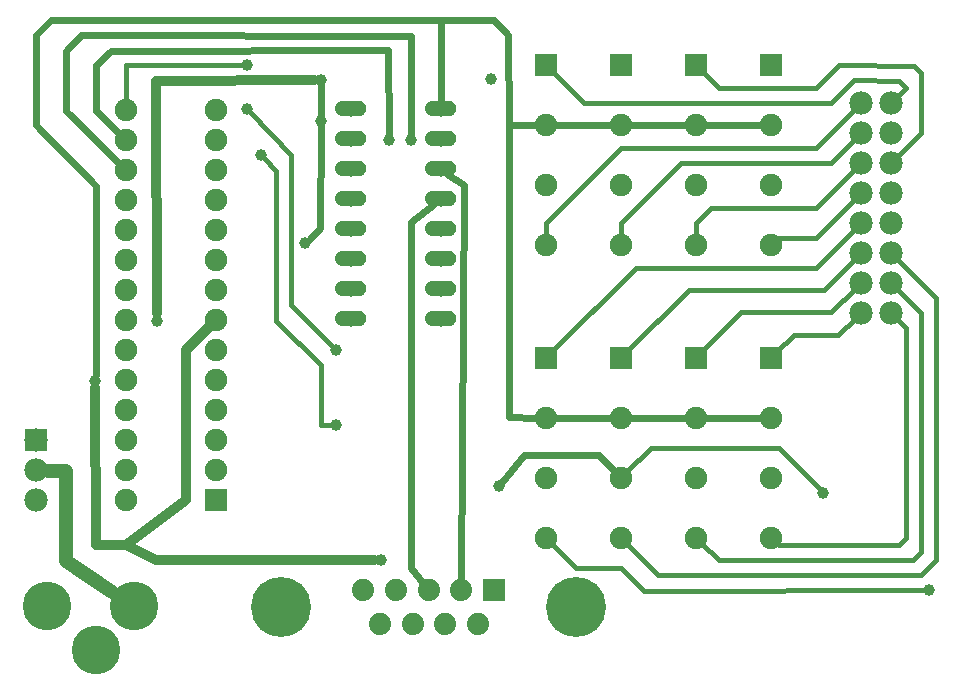
<source format=gbl>
G04 MADE WITH FRITZING*
G04 WWW.FRITZING.ORG*
G04 DOUBLE SIDED*
G04 HOLES PLATED*
G04 CONTOUR ON CENTER OF CONTOUR VECTOR*
%ASAXBY*%
%FSLAX23Y23*%
%MOIN*%
%OFA0B0*%
%SFA1.0B1.0*%
%ADD10C,0.039370*%
%ADD11C,0.078000*%
%ADD12C,0.072556*%
%ADD13C,0.075333*%
%ADD14C,0.074000*%
%ADD15C,0.200000*%
%ADD16C,0.052000*%
%ADD17C,0.075000*%
%ADD18C,0.162000*%
%ADD19R,0.073944X0.073944*%
%ADD20R,0.075000X0.075000*%
%ADD21R,0.078000X0.078000*%
%ADD22C,0.016000*%
%ADD23C,0.024000*%
%ADD24C,0.032000*%
%ADD25C,0.048000*%
%ADD26R,0.001000X0.001000*%
%LNCOPPER0*%
G90*
G70*
G54D10*
X2773Y641D03*
X3124Y317D03*
X1399Y1817D03*
X1324Y1817D03*
X1150Y1118D03*
G54D11*
X2899Y1942D03*
X2899Y1842D03*
X2899Y1742D03*
X2899Y1642D03*
X2899Y1542D03*
X2899Y1442D03*
X2899Y1342D03*
X2899Y1242D03*
X2899Y1942D03*
X2899Y1842D03*
X2899Y1742D03*
X2899Y1642D03*
X2899Y1542D03*
X2899Y1442D03*
X2899Y1342D03*
X2899Y1242D03*
X2999Y1242D03*
X2999Y1342D03*
X2999Y1442D03*
X2999Y1542D03*
X2999Y1642D03*
X2999Y1742D03*
X2999Y1842D03*
X2999Y1942D03*
G54D10*
X1691Y665D03*
G54D12*
X2099Y2067D03*
G54D13*
X2100Y1867D03*
X2099Y1467D03*
X2099Y1667D03*
G54D12*
X1849Y1092D03*
G54D13*
X1850Y892D03*
X1849Y492D03*
X1849Y692D03*
G54D12*
X2599Y1092D03*
G54D13*
X2600Y892D03*
X2599Y492D03*
X2599Y692D03*
G54D12*
X2349Y1092D03*
G54D13*
X2350Y892D03*
X2349Y492D03*
X2349Y692D03*
G54D12*
X1849Y2067D03*
G54D13*
X1850Y1867D03*
X1849Y1467D03*
X1849Y1667D03*
G54D12*
X2099Y1092D03*
G54D13*
X2100Y892D03*
X2099Y492D03*
X2099Y692D03*
G54D12*
X2349Y2067D03*
G54D13*
X2350Y1867D03*
X2349Y1467D03*
X2349Y1667D03*
G54D12*
X2599Y2067D03*
G54D13*
X2600Y1867D03*
X2599Y1467D03*
X2599Y1667D03*
G54D10*
X1047Y1474D03*
X1150Y867D03*
X1299Y418D03*
X1664Y2021D03*
X851Y2069D03*
G54D14*
X1676Y317D03*
X1567Y317D03*
X1458Y317D03*
X1349Y317D03*
X1240Y317D03*
X1621Y205D03*
X1512Y205D03*
X1404Y205D03*
X1294Y205D03*
G54D15*
X1950Y261D03*
X966Y261D03*
G54D16*
X1198Y1921D03*
X1198Y1821D03*
X1198Y1721D03*
X1198Y1621D03*
X1198Y1521D03*
X1198Y1421D03*
X1198Y1321D03*
X1198Y1221D03*
X1498Y1221D03*
X1498Y1321D03*
X1498Y1421D03*
X1498Y1521D03*
X1498Y1621D03*
X1498Y1721D03*
X1498Y1821D03*
X1498Y1921D03*
G54D17*
X749Y617D03*
X449Y617D03*
X749Y717D03*
X449Y717D03*
X749Y817D03*
X449Y817D03*
X749Y917D03*
X449Y917D03*
X749Y1017D03*
X449Y1017D03*
X749Y1117D03*
X449Y1117D03*
X749Y1217D03*
X449Y1217D03*
X749Y1317D03*
X449Y1317D03*
X749Y1417D03*
X449Y1417D03*
X749Y1517D03*
X449Y1517D03*
X749Y1617D03*
X449Y1617D03*
X749Y1717D03*
X449Y1717D03*
X749Y1817D03*
X449Y1817D03*
X749Y1917D03*
X449Y1917D03*
G54D18*
X474Y265D03*
X186Y264D03*
X349Y117D03*
G54D10*
X1099Y2017D03*
X1099Y1880D03*
X898Y1767D03*
X851Y1922D03*
G54D11*
X149Y817D03*
X149Y717D03*
X149Y617D03*
G54D10*
X347Y1015D03*
X551Y1216D03*
G54D19*
X2098Y2067D03*
X1848Y1092D03*
X2598Y1092D03*
X2348Y1092D03*
X1848Y2067D03*
X2098Y1092D03*
X2348Y2067D03*
X2598Y2067D03*
G54D20*
X749Y617D03*
G54D21*
X149Y817D03*
G54D22*
X2624Y467D02*
X2617Y474D01*
D02*
X3024Y467D02*
X2624Y467D01*
D02*
X3049Y492D02*
X3024Y467D01*
D02*
X3049Y1192D02*
X3049Y492D01*
D02*
X3016Y1225D02*
X3049Y1192D01*
D02*
X3099Y443D02*
X3073Y417D01*
D02*
X3100Y1242D02*
X3099Y443D01*
D02*
X3073Y417D02*
X2424Y417D01*
D02*
X2424Y417D02*
X2367Y474D01*
D02*
X3016Y1324D02*
X3100Y1242D01*
D02*
X3099Y367D02*
X2223Y368D01*
D02*
X2223Y368D02*
X2117Y474D01*
D02*
X3149Y417D02*
X3099Y367D01*
D02*
X3148Y1292D02*
X3149Y417D01*
D02*
X3016Y1424D02*
X3148Y1292D01*
G54D23*
D02*
X2024Y767D02*
X2076Y715D01*
D02*
X1774Y767D02*
X2024Y767D01*
D02*
X1703Y679D02*
X1774Y767D01*
G54D22*
D02*
X2823Y1167D02*
X2674Y1167D01*
D02*
X2674Y1167D02*
X2617Y1110D01*
D02*
X2881Y1225D02*
X2823Y1167D01*
D02*
X2499Y1243D02*
X2799Y1243D01*
D02*
X2799Y1243D02*
X2881Y1325D01*
D02*
X2366Y1110D02*
X2499Y1243D01*
D02*
X2324Y1317D02*
X2774Y1317D01*
D02*
X2774Y1317D02*
X2881Y1424D01*
D02*
X2116Y1110D02*
X2324Y1317D01*
D02*
X2148Y1392D02*
X1866Y1110D01*
D02*
X2748Y1392D02*
X2148Y1392D01*
D02*
X2881Y1524D02*
X2748Y1392D01*
G54D23*
D02*
X1724Y1867D02*
X1818Y1867D01*
D02*
X1723Y2168D02*
X1724Y1867D01*
D02*
X1674Y2217D02*
X1723Y2168D01*
D02*
X1498Y2217D02*
X1674Y2217D01*
D02*
X1724Y893D02*
X1818Y892D01*
D02*
X1724Y1867D02*
X1724Y893D01*
G54D22*
D02*
X2824Y2067D02*
X2748Y1992D01*
D02*
X2748Y1992D02*
X2424Y1992D01*
D02*
X3074Y2066D02*
X2824Y2067D01*
D02*
X3099Y2042D02*
X3074Y2066D01*
D02*
X2424Y1992D02*
X2366Y2050D01*
D02*
X3099Y1842D02*
X3099Y2042D01*
D02*
X3016Y1759D02*
X3099Y1842D01*
D02*
X2798Y1942D02*
X2874Y2018D01*
D02*
X2874Y2018D02*
X3024Y2016D01*
D02*
X1974Y1942D02*
X2798Y1942D01*
D02*
X3048Y1992D02*
X3016Y1959D01*
D02*
X3024Y2016D02*
X3048Y1992D01*
D02*
X1866Y2050D02*
X1974Y1942D01*
G54D23*
D02*
X2132Y892D02*
X2318Y892D01*
D02*
X2068Y892D02*
X1882Y892D01*
D02*
X2382Y892D02*
X2568Y892D01*
D02*
X2068Y1867D02*
X1882Y1867D01*
D02*
X2318Y1867D02*
X2132Y1867D01*
D02*
X2382Y1867D02*
X2568Y1867D01*
G54D22*
D02*
X1849Y1494D02*
X1848Y1541D01*
D02*
X1848Y1541D02*
X2098Y1791D01*
D02*
X2098Y1791D02*
X2748Y1791D01*
D02*
X2748Y1791D02*
X2881Y1924D01*
D02*
X2299Y1742D02*
X2799Y1742D01*
D02*
X2799Y1742D02*
X2881Y1824D01*
D02*
X2100Y1541D02*
X2299Y1742D01*
D02*
X2099Y1494D02*
X2100Y1541D01*
D02*
X2399Y1591D02*
X2748Y1591D01*
D02*
X2748Y1591D02*
X2881Y1724D01*
D02*
X2349Y1541D02*
X2399Y1591D01*
D02*
X2349Y1494D02*
X2349Y1541D01*
D02*
X2748Y1492D02*
X2881Y1624D01*
D02*
X2624Y1492D02*
X2748Y1492D01*
D02*
X2617Y1486D02*
X2624Y1492D01*
D02*
X2764Y651D02*
X2624Y792D01*
D02*
X2624Y792D02*
X2198Y792D01*
D02*
X2198Y792D02*
X2117Y711D01*
D02*
X3110Y317D02*
X2174Y316D01*
D02*
X2174Y316D02*
X2098Y391D01*
D02*
X2098Y391D02*
X1948Y391D01*
D02*
X1948Y391D02*
X1867Y474D01*
G54D23*
D02*
X1097Y1524D02*
X1061Y1487D01*
D02*
X1099Y1861D02*
X1097Y1524D01*
G54D22*
D02*
X1099Y867D02*
X1136Y867D01*
D02*
X1099Y1067D02*
X1099Y867D01*
D02*
X950Y1216D02*
X1099Y1067D01*
D02*
X950Y1716D02*
X950Y1216D01*
D02*
X908Y1758D02*
X950Y1716D01*
D02*
X999Y1767D02*
X861Y1912D01*
D02*
X999Y1267D02*
X999Y1767D01*
D02*
X1140Y1127D02*
X999Y1267D01*
G54D23*
D02*
X1498Y2217D02*
X1498Y1949D01*
D02*
X198Y2217D02*
X1498Y2217D01*
D02*
X149Y2167D02*
X198Y2217D01*
D02*
X148Y1867D02*
X149Y2167D01*
D02*
X349Y1666D02*
X148Y1867D01*
D02*
X348Y1034D02*
X349Y1666D01*
G54D24*
D02*
X648Y617D02*
X648Y1118D01*
D02*
X448Y467D02*
X648Y617D01*
D02*
X349Y467D02*
X448Y467D01*
D02*
X648Y1118D02*
X724Y1193D01*
D02*
X347Y991D02*
X349Y467D01*
D02*
X549Y417D02*
X448Y467D01*
D02*
X1275Y418D02*
X549Y417D01*
G54D23*
D02*
X1399Y2166D02*
X1399Y1836D01*
D02*
X299Y2167D02*
X1399Y2166D01*
D02*
X249Y2116D02*
X299Y2167D01*
D02*
X249Y1916D02*
X249Y2116D01*
D02*
X429Y1737D02*
X249Y1916D01*
D02*
X1323Y2117D02*
X1324Y1836D01*
D02*
X399Y2116D02*
X1323Y2117D01*
D02*
X349Y2067D02*
X399Y2116D01*
D02*
X348Y1916D02*
X349Y2067D01*
D02*
X428Y1837D02*
X348Y1916D01*
G54D22*
D02*
X838Y2069D02*
X450Y2069D01*
D02*
X450Y2069D02*
X449Y1940D01*
G54D23*
D02*
X1099Y1899D02*
X1099Y1998D01*
G54D24*
D02*
X1074Y2017D02*
X548Y2016D01*
D02*
X548Y2016D02*
X551Y1240D01*
G54D25*
D02*
X248Y415D02*
X403Y312D01*
D02*
X249Y716D02*
X248Y415D01*
D02*
X190Y716D02*
X249Y716D01*
G54D23*
D02*
X1400Y391D02*
X1439Y341D01*
D02*
X1400Y1543D02*
X1400Y391D01*
D02*
X1477Y1605D02*
X1400Y1543D01*
D02*
X1574Y1667D02*
X1520Y1706D01*
D02*
X1567Y348D02*
X1574Y1667D01*
G54D26*
X1169Y1948D02*
X1227Y1948D01*
X1469Y1948D02*
X1527Y1948D01*
X1164Y1947D02*
X1231Y1947D01*
X1464Y1947D02*
X1531Y1947D01*
X1162Y1946D02*
X1234Y1946D01*
X1462Y1946D02*
X1534Y1946D01*
X1160Y1945D02*
X1236Y1945D01*
X1460Y1945D02*
X1536Y1945D01*
X1158Y1944D02*
X1238Y1944D01*
X1458Y1944D02*
X1538Y1944D01*
X1157Y1943D02*
X1239Y1943D01*
X1457Y1943D02*
X1539Y1943D01*
X1156Y1942D02*
X1240Y1942D01*
X1456Y1942D02*
X1540Y1942D01*
X1154Y1941D02*
X1241Y1941D01*
X1454Y1941D02*
X1541Y1941D01*
X1153Y1940D02*
X1242Y1940D01*
X1453Y1940D02*
X1542Y1940D01*
X1153Y1939D02*
X1243Y1939D01*
X1453Y1939D02*
X1543Y1939D01*
X1152Y1938D02*
X1195Y1938D01*
X1201Y1938D02*
X1244Y1938D01*
X1452Y1938D02*
X1495Y1938D01*
X1501Y1938D02*
X1544Y1938D01*
X1151Y1937D02*
X1191Y1937D01*
X1205Y1937D02*
X1245Y1937D01*
X1451Y1937D02*
X1491Y1937D01*
X1504Y1937D02*
X1545Y1937D01*
X1150Y1936D02*
X1189Y1936D01*
X1206Y1936D02*
X1245Y1936D01*
X1450Y1936D02*
X1489Y1936D01*
X1506Y1936D02*
X1545Y1936D01*
X1150Y1935D02*
X1188Y1935D01*
X1208Y1935D02*
X1246Y1935D01*
X1450Y1935D02*
X1488Y1935D01*
X1508Y1935D02*
X1546Y1935D01*
X1149Y1934D02*
X1187Y1934D01*
X1209Y1934D02*
X1246Y1934D01*
X1449Y1934D02*
X1486Y1934D01*
X1509Y1934D02*
X1546Y1934D01*
X1149Y1933D02*
X1186Y1933D01*
X1210Y1933D02*
X1247Y1933D01*
X1449Y1933D02*
X1486Y1933D01*
X1510Y1933D02*
X1547Y1933D01*
X1148Y1932D02*
X1185Y1932D01*
X1211Y1932D02*
X1247Y1932D01*
X1448Y1932D02*
X1485Y1932D01*
X1511Y1932D02*
X1547Y1932D01*
X1148Y1931D02*
X1184Y1931D01*
X1212Y1931D02*
X1248Y1931D01*
X1448Y1931D02*
X1484Y1931D01*
X1512Y1931D02*
X1548Y1931D01*
X1148Y1930D02*
X1183Y1930D01*
X1212Y1930D02*
X1248Y1930D01*
X1447Y1930D02*
X1483Y1930D01*
X1512Y1930D02*
X1548Y1930D01*
X1147Y1929D02*
X1183Y1929D01*
X1213Y1929D02*
X1248Y1929D01*
X1447Y1929D02*
X1483Y1929D01*
X1513Y1929D02*
X1548Y1929D01*
X1147Y1928D02*
X1182Y1928D01*
X1213Y1928D02*
X1249Y1928D01*
X1447Y1928D02*
X1482Y1928D01*
X1513Y1928D02*
X1549Y1928D01*
X1147Y1927D02*
X1182Y1927D01*
X1214Y1927D02*
X1249Y1927D01*
X1447Y1927D02*
X1482Y1927D01*
X1513Y1927D02*
X1549Y1927D01*
X1147Y1926D02*
X1182Y1926D01*
X1214Y1926D02*
X1249Y1926D01*
X1447Y1926D02*
X1482Y1926D01*
X1514Y1926D02*
X1549Y1926D01*
X1146Y1925D02*
X1182Y1925D01*
X1214Y1925D02*
X1249Y1925D01*
X1446Y1925D02*
X1482Y1925D01*
X1514Y1925D02*
X1549Y1925D01*
X1146Y1924D02*
X1182Y1924D01*
X1214Y1924D02*
X1249Y1924D01*
X1446Y1924D02*
X1481Y1924D01*
X1514Y1924D02*
X1549Y1924D01*
X1146Y1923D02*
X1181Y1923D01*
X1214Y1923D02*
X1249Y1923D01*
X1446Y1923D02*
X1481Y1923D01*
X1514Y1923D02*
X1549Y1923D01*
X1146Y1922D02*
X1181Y1922D01*
X1214Y1922D02*
X1249Y1922D01*
X1446Y1922D02*
X1481Y1922D01*
X1514Y1922D02*
X1549Y1922D01*
X1146Y1921D02*
X1181Y1921D01*
X1214Y1921D02*
X1249Y1921D01*
X1446Y1921D02*
X1481Y1921D01*
X1514Y1921D02*
X1549Y1921D01*
X1146Y1920D02*
X1182Y1920D01*
X1214Y1920D02*
X1249Y1920D01*
X1446Y1920D02*
X1482Y1920D01*
X1514Y1920D02*
X1549Y1920D01*
X1147Y1919D02*
X1182Y1919D01*
X1214Y1919D02*
X1249Y1919D01*
X1447Y1919D02*
X1482Y1919D01*
X1514Y1919D02*
X1549Y1919D01*
X1147Y1918D02*
X1182Y1918D01*
X1214Y1918D02*
X1249Y1918D01*
X1447Y1918D02*
X1482Y1918D01*
X1514Y1918D02*
X1549Y1918D01*
X1147Y1917D02*
X1182Y1917D01*
X1213Y1917D02*
X1249Y1917D01*
X1447Y1917D02*
X1482Y1917D01*
X1513Y1917D02*
X1549Y1917D01*
X1147Y1916D02*
X1183Y1916D01*
X1213Y1916D02*
X1249Y1916D01*
X1447Y1916D02*
X1483Y1916D01*
X1513Y1916D02*
X1548Y1916D01*
X1147Y1915D02*
X1183Y1915D01*
X1213Y1915D02*
X1248Y1915D01*
X1447Y1915D02*
X1483Y1915D01*
X1512Y1915D02*
X1548Y1915D01*
X1148Y1914D02*
X1184Y1914D01*
X1212Y1914D02*
X1248Y1914D01*
X1448Y1914D02*
X1484Y1914D01*
X1512Y1914D02*
X1548Y1914D01*
X1148Y1913D02*
X1184Y1913D01*
X1211Y1913D02*
X1248Y1913D01*
X1448Y1913D02*
X1484Y1913D01*
X1511Y1913D02*
X1548Y1913D01*
X1148Y1912D02*
X1185Y1912D01*
X1210Y1912D02*
X1247Y1912D01*
X1448Y1912D02*
X1485Y1912D01*
X1510Y1912D02*
X1547Y1912D01*
X1149Y1911D02*
X1186Y1911D01*
X1210Y1911D02*
X1247Y1911D01*
X1449Y1911D02*
X1486Y1911D01*
X1510Y1911D02*
X1547Y1911D01*
X1150Y1910D02*
X1187Y1910D01*
X1208Y1910D02*
X1246Y1910D01*
X1450Y1910D02*
X1487Y1910D01*
X1508Y1910D02*
X1546Y1910D01*
X1150Y1909D02*
X1188Y1909D01*
X1207Y1909D02*
X1246Y1909D01*
X1450Y1909D02*
X1488Y1909D01*
X1507Y1909D02*
X1546Y1909D01*
X1151Y1908D02*
X1190Y1908D01*
X1205Y1908D02*
X1245Y1908D01*
X1451Y1908D02*
X1490Y1908D01*
X1505Y1908D02*
X1545Y1908D01*
X1151Y1907D02*
X1193Y1907D01*
X1203Y1907D02*
X1244Y1907D01*
X1451Y1907D02*
X1493Y1907D01*
X1503Y1907D02*
X1544Y1907D01*
X1152Y1906D02*
X1243Y1906D01*
X1452Y1906D02*
X1543Y1906D01*
X1153Y1905D02*
X1243Y1905D01*
X1453Y1905D02*
X1543Y1905D01*
X1154Y1904D02*
X1242Y1904D01*
X1454Y1904D02*
X1542Y1904D01*
X1155Y1903D02*
X1241Y1903D01*
X1455Y1903D02*
X1541Y1903D01*
X1156Y1902D02*
X1239Y1902D01*
X1456Y1902D02*
X1539Y1902D01*
X1157Y1901D02*
X1238Y1901D01*
X1457Y1901D02*
X1538Y1901D01*
X1159Y1900D02*
X1237Y1900D01*
X1459Y1900D02*
X1536Y1900D01*
X1161Y1899D02*
X1235Y1899D01*
X1461Y1899D02*
X1535Y1899D01*
X1163Y1898D02*
X1233Y1898D01*
X1463Y1898D02*
X1533Y1898D01*
X1166Y1897D02*
X1229Y1897D01*
X1466Y1897D02*
X1529Y1897D01*
X1169Y1848D02*
X1227Y1848D01*
X1468Y1848D02*
X1527Y1848D01*
X1164Y1847D02*
X1231Y1847D01*
X1464Y1847D02*
X1531Y1847D01*
X1162Y1846D02*
X1234Y1846D01*
X1462Y1846D02*
X1534Y1846D01*
X1160Y1845D02*
X1236Y1845D01*
X1460Y1845D02*
X1536Y1845D01*
X1158Y1844D02*
X1238Y1844D01*
X1458Y1844D02*
X1538Y1844D01*
X1157Y1843D02*
X1239Y1843D01*
X1457Y1843D02*
X1539Y1843D01*
X1156Y1842D02*
X1240Y1842D01*
X1456Y1842D02*
X1540Y1842D01*
X1154Y1841D02*
X1241Y1841D01*
X1454Y1841D02*
X1541Y1841D01*
X1153Y1840D02*
X1242Y1840D01*
X1453Y1840D02*
X1542Y1840D01*
X1153Y1839D02*
X1243Y1839D01*
X1453Y1839D02*
X1543Y1839D01*
X1152Y1838D02*
X1194Y1838D01*
X1201Y1838D02*
X1244Y1838D01*
X1452Y1838D02*
X1494Y1838D01*
X1501Y1838D02*
X1544Y1838D01*
X1151Y1837D02*
X1191Y1837D01*
X1205Y1837D02*
X1245Y1837D01*
X1451Y1837D02*
X1491Y1837D01*
X1505Y1837D02*
X1545Y1837D01*
X1150Y1836D02*
X1189Y1836D01*
X1206Y1836D02*
X1245Y1836D01*
X1450Y1836D02*
X1489Y1836D01*
X1506Y1836D02*
X1545Y1836D01*
X1150Y1835D02*
X1188Y1835D01*
X1208Y1835D02*
X1246Y1835D01*
X1450Y1835D02*
X1488Y1835D01*
X1508Y1835D02*
X1546Y1835D01*
X1149Y1834D02*
X1186Y1834D01*
X1209Y1834D02*
X1246Y1834D01*
X1449Y1834D02*
X1486Y1834D01*
X1509Y1834D02*
X1546Y1834D01*
X1149Y1833D02*
X1186Y1833D01*
X1210Y1833D02*
X1247Y1833D01*
X1449Y1833D02*
X1485Y1833D01*
X1510Y1833D02*
X1547Y1833D01*
X1148Y1832D02*
X1185Y1832D01*
X1211Y1832D02*
X1247Y1832D01*
X1448Y1832D02*
X1485Y1832D01*
X1511Y1832D02*
X1547Y1832D01*
X1148Y1831D02*
X1184Y1831D01*
X1212Y1831D02*
X1248Y1831D01*
X1448Y1831D02*
X1484Y1831D01*
X1512Y1831D02*
X1548Y1831D01*
X1147Y1830D02*
X1183Y1830D01*
X1212Y1830D02*
X1248Y1830D01*
X1447Y1830D02*
X1483Y1830D01*
X1512Y1830D02*
X1548Y1830D01*
X1147Y1829D02*
X1183Y1829D01*
X1213Y1829D02*
X1248Y1829D01*
X1447Y1829D02*
X1483Y1829D01*
X1513Y1829D02*
X1548Y1829D01*
X1147Y1828D02*
X1182Y1828D01*
X1213Y1828D02*
X1249Y1828D01*
X1447Y1828D02*
X1482Y1828D01*
X1513Y1828D02*
X1549Y1828D01*
X1147Y1827D02*
X1182Y1827D01*
X1214Y1827D02*
X1249Y1827D01*
X1447Y1827D02*
X1482Y1827D01*
X1514Y1827D02*
X1549Y1827D01*
X1147Y1826D02*
X1182Y1826D01*
X1214Y1826D02*
X1249Y1826D01*
X1447Y1826D02*
X1482Y1826D01*
X1514Y1826D02*
X1549Y1826D01*
X1146Y1825D02*
X1182Y1825D01*
X1214Y1825D02*
X1249Y1825D01*
X1446Y1825D02*
X1482Y1825D01*
X1514Y1825D02*
X1549Y1825D01*
X1146Y1824D02*
X1182Y1824D01*
X1214Y1824D02*
X1249Y1824D01*
X1446Y1824D02*
X1481Y1824D01*
X1514Y1824D02*
X1549Y1824D01*
X1146Y1823D02*
X1181Y1823D01*
X1214Y1823D02*
X1249Y1823D01*
X1446Y1823D02*
X1481Y1823D01*
X1514Y1823D02*
X1549Y1823D01*
X1146Y1822D02*
X1181Y1822D01*
X1214Y1822D02*
X1249Y1822D01*
X1446Y1822D02*
X1481Y1822D01*
X1514Y1822D02*
X1549Y1822D01*
X1146Y1821D02*
X1181Y1821D01*
X1214Y1821D02*
X1249Y1821D01*
X1446Y1821D02*
X1481Y1821D01*
X1514Y1821D02*
X1549Y1821D01*
X1146Y1820D02*
X1182Y1820D01*
X1214Y1820D02*
X1249Y1820D01*
X1446Y1820D02*
X1482Y1820D01*
X1514Y1820D02*
X1549Y1820D01*
X1147Y1819D02*
X1182Y1819D01*
X1214Y1819D02*
X1249Y1819D01*
X1447Y1819D02*
X1482Y1819D01*
X1514Y1819D02*
X1549Y1819D01*
X1147Y1818D02*
X1182Y1818D01*
X1214Y1818D02*
X1249Y1818D01*
X1447Y1818D02*
X1482Y1818D01*
X1514Y1818D02*
X1549Y1818D01*
X1147Y1817D02*
X1182Y1817D01*
X1213Y1817D02*
X1249Y1817D01*
X1447Y1817D02*
X1482Y1817D01*
X1513Y1817D02*
X1549Y1817D01*
X1147Y1816D02*
X1183Y1816D01*
X1213Y1816D02*
X1249Y1816D01*
X1447Y1816D02*
X1483Y1816D01*
X1513Y1816D02*
X1548Y1816D01*
X1147Y1815D02*
X1183Y1815D01*
X1212Y1815D02*
X1248Y1815D01*
X1447Y1815D02*
X1483Y1815D01*
X1512Y1815D02*
X1548Y1815D01*
X1148Y1814D02*
X1184Y1814D01*
X1212Y1814D02*
X1248Y1814D01*
X1448Y1814D02*
X1484Y1814D01*
X1512Y1814D02*
X1548Y1814D01*
X1148Y1813D02*
X1184Y1813D01*
X1211Y1813D02*
X1248Y1813D01*
X1448Y1813D02*
X1484Y1813D01*
X1511Y1813D02*
X1548Y1813D01*
X1148Y1812D02*
X1185Y1812D01*
X1210Y1812D02*
X1247Y1812D01*
X1448Y1812D02*
X1485Y1812D01*
X1510Y1812D02*
X1547Y1812D01*
X1149Y1811D02*
X1186Y1811D01*
X1210Y1811D02*
X1247Y1811D01*
X1449Y1811D02*
X1486Y1811D01*
X1510Y1811D02*
X1547Y1811D01*
X1150Y1810D02*
X1187Y1810D01*
X1208Y1810D02*
X1246Y1810D01*
X1450Y1810D02*
X1487Y1810D01*
X1508Y1810D02*
X1546Y1810D01*
X1150Y1809D02*
X1189Y1809D01*
X1207Y1809D02*
X1246Y1809D01*
X1450Y1809D02*
X1488Y1809D01*
X1507Y1809D02*
X1546Y1809D01*
X1151Y1808D02*
X1190Y1808D01*
X1205Y1808D02*
X1245Y1808D01*
X1451Y1808D02*
X1490Y1808D01*
X1505Y1808D02*
X1545Y1808D01*
X1151Y1807D02*
X1193Y1807D01*
X1203Y1807D02*
X1244Y1807D01*
X1451Y1807D02*
X1493Y1807D01*
X1503Y1807D02*
X1544Y1807D01*
X1152Y1806D02*
X1243Y1806D01*
X1452Y1806D02*
X1543Y1806D01*
X1153Y1805D02*
X1243Y1805D01*
X1453Y1805D02*
X1543Y1805D01*
X1154Y1804D02*
X1242Y1804D01*
X1454Y1804D02*
X1542Y1804D01*
X1155Y1803D02*
X1241Y1803D01*
X1455Y1803D02*
X1541Y1803D01*
X1156Y1802D02*
X1239Y1802D01*
X1456Y1802D02*
X1539Y1802D01*
X1158Y1801D02*
X1238Y1801D01*
X1457Y1801D02*
X1538Y1801D01*
X1159Y1800D02*
X1236Y1800D01*
X1459Y1800D02*
X1536Y1800D01*
X1161Y1799D02*
X1235Y1799D01*
X1461Y1799D02*
X1535Y1799D01*
X1163Y1798D02*
X1232Y1798D01*
X1463Y1798D02*
X1532Y1798D01*
X1166Y1797D02*
X1229Y1797D01*
X1466Y1797D02*
X1529Y1797D01*
X1168Y1748D02*
X1227Y1748D01*
X1468Y1748D02*
X1527Y1748D01*
X1164Y1747D02*
X1232Y1747D01*
X1464Y1747D02*
X1532Y1747D01*
X1162Y1746D02*
X1234Y1746D01*
X1462Y1746D02*
X1534Y1746D01*
X1160Y1745D02*
X1236Y1745D01*
X1460Y1745D02*
X1536Y1745D01*
X1158Y1744D02*
X1238Y1744D01*
X1458Y1744D02*
X1538Y1744D01*
X1157Y1743D02*
X1239Y1743D01*
X1457Y1743D02*
X1539Y1743D01*
X1155Y1742D02*
X1240Y1742D01*
X1455Y1742D02*
X1540Y1742D01*
X1154Y1741D02*
X1241Y1741D01*
X1454Y1741D02*
X1541Y1741D01*
X1153Y1740D02*
X1242Y1740D01*
X1453Y1740D02*
X1542Y1740D01*
X1153Y1739D02*
X1243Y1739D01*
X1452Y1739D02*
X1543Y1739D01*
X1152Y1738D02*
X1194Y1738D01*
X1201Y1738D02*
X1244Y1738D01*
X1452Y1738D02*
X1494Y1738D01*
X1501Y1738D02*
X1544Y1738D01*
X1151Y1737D02*
X1191Y1737D01*
X1205Y1737D02*
X1245Y1737D01*
X1451Y1737D02*
X1491Y1737D01*
X1505Y1737D02*
X1545Y1737D01*
X1150Y1736D02*
X1189Y1736D01*
X1207Y1736D02*
X1245Y1736D01*
X1450Y1736D02*
X1489Y1736D01*
X1507Y1736D02*
X1545Y1736D01*
X1150Y1735D02*
X1188Y1735D01*
X1208Y1735D02*
X1246Y1735D01*
X1450Y1735D02*
X1488Y1735D01*
X1508Y1735D02*
X1546Y1735D01*
X1149Y1734D02*
X1186Y1734D01*
X1209Y1734D02*
X1246Y1734D01*
X1449Y1734D02*
X1486Y1734D01*
X1509Y1734D02*
X1546Y1734D01*
X1149Y1733D02*
X1185Y1733D01*
X1210Y1733D02*
X1247Y1733D01*
X1449Y1733D02*
X1485Y1733D01*
X1510Y1733D02*
X1547Y1733D01*
X1148Y1732D02*
X1185Y1732D01*
X1211Y1732D02*
X1247Y1732D01*
X1448Y1732D02*
X1485Y1732D01*
X1511Y1732D02*
X1547Y1732D01*
X1148Y1731D02*
X1184Y1731D01*
X1212Y1731D02*
X1248Y1731D01*
X1448Y1731D02*
X1484Y1731D01*
X1512Y1731D02*
X1548Y1731D01*
X1147Y1730D02*
X1183Y1730D01*
X1212Y1730D02*
X1248Y1730D01*
X1447Y1730D02*
X1483Y1730D01*
X1512Y1730D02*
X1548Y1730D01*
X1147Y1729D02*
X1183Y1729D01*
X1213Y1729D02*
X1248Y1729D01*
X1447Y1729D02*
X1483Y1729D01*
X1513Y1729D02*
X1548Y1729D01*
X1147Y1728D02*
X1182Y1728D01*
X1213Y1728D02*
X1249Y1728D01*
X1447Y1728D02*
X1482Y1728D01*
X1513Y1728D02*
X1549Y1728D01*
X1147Y1727D02*
X1182Y1727D01*
X1214Y1727D02*
X1249Y1727D01*
X1447Y1727D02*
X1482Y1727D01*
X1514Y1727D02*
X1549Y1727D01*
X1147Y1726D02*
X1182Y1726D01*
X1214Y1726D02*
X1249Y1726D01*
X1447Y1726D02*
X1482Y1726D01*
X1514Y1726D02*
X1549Y1726D01*
X1146Y1725D02*
X1182Y1725D01*
X1214Y1725D02*
X1249Y1725D01*
X1446Y1725D02*
X1482Y1725D01*
X1514Y1725D02*
X1549Y1725D01*
X1146Y1724D02*
X1181Y1724D01*
X1214Y1724D02*
X1249Y1724D01*
X1446Y1724D02*
X1481Y1724D01*
X1514Y1724D02*
X1549Y1724D01*
X1146Y1723D02*
X1181Y1723D01*
X1214Y1723D02*
X1249Y1723D01*
X1446Y1723D02*
X1481Y1723D01*
X1514Y1723D02*
X1549Y1723D01*
X1146Y1722D02*
X1181Y1722D01*
X1214Y1722D02*
X1249Y1722D01*
X1446Y1722D02*
X1481Y1722D01*
X1514Y1722D02*
X1549Y1722D01*
X1146Y1721D02*
X1181Y1721D01*
X1214Y1721D02*
X1249Y1721D01*
X1446Y1721D02*
X1481Y1721D01*
X1514Y1721D02*
X1549Y1721D01*
X1146Y1720D02*
X1182Y1720D01*
X1214Y1720D02*
X1249Y1720D01*
X1446Y1720D02*
X1482Y1720D01*
X1514Y1720D02*
X1549Y1720D01*
X1147Y1719D02*
X1182Y1719D01*
X1214Y1719D02*
X1249Y1719D01*
X1447Y1719D02*
X1482Y1719D01*
X1514Y1719D02*
X1549Y1719D01*
X1147Y1718D02*
X1182Y1718D01*
X1214Y1718D02*
X1249Y1718D01*
X1447Y1718D02*
X1482Y1718D01*
X1514Y1718D02*
X1549Y1718D01*
X1147Y1717D02*
X1182Y1717D01*
X1213Y1717D02*
X1249Y1717D01*
X1447Y1717D02*
X1482Y1717D01*
X1513Y1717D02*
X1549Y1717D01*
X1147Y1716D02*
X1183Y1716D01*
X1213Y1716D02*
X1249Y1716D01*
X1447Y1716D02*
X1483Y1716D01*
X1513Y1716D02*
X1548Y1716D01*
X1147Y1715D02*
X1183Y1715D01*
X1212Y1715D02*
X1248Y1715D01*
X1447Y1715D02*
X1483Y1715D01*
X1512Y1715D02*
X1548Y1715D01*
X1148Y1714D02*
X1184Y1714D01*
X1212Y1714D02*
X1248Y1714D01*
X1448Y1714D02*
X1484Y1714D01*
X1512Y1714D02*
X1548Y1714D01*
X1148Y1713D02*
X1184Y1713D01*
X1211Y1713D02*
X1248Y1713D01*
X1448Y1713D02*
X1484Y1713D01*
X1511Y1713D02*
X1548Y1713D01*
X1149Y1712D02*
X1185Y1712D01*
X1210Y1712D02*
X1247Y1712D01*
X1448Y1712D02*
X1485Y1712D01*
X1510Y1712D02*
X1547Y1712D01*
X1149Y1711D02*
X1186Y1711D01*
X1210Y1711D02*
X1247Y1711D01*
X1449Y1711D02*
X1486Y1711D01*
X1510Y1711D02*
X1547Y1711D01*
X1150Y1710D02*
X1187Y1710D01*
X1208Y1710D02*
X1246Y1710D01*
X1450Y1710D02*
X1487Y1710D01*
X1508Y1710D02*
X1546Y1710D01*
X1150Y1709D02*
X1189Y1709D01*
X1207Y1709D02*
X1246Y1709D01*
X1450Y1709D02*
X1489Y1709D01*
X1507Y1709D02*
X1546Y1709D01*
X1151Y1708D02*
X1190Y1708D01*
X1205Y1708D02*
X1245Y1708D01*
X1451Y1708D02*
X1490Y1708D01*
X1505Y1708D02*
X1545Y1708D01*
X1151Y1707D02*
X1193Y1707D01*
X1203Y1707D02*
X1244Y1707D01*
X1451Y1707D02*
X1493Y1707D01*
X1503Y1707D02*
X1544Y1707D01*
X1152Y1706D02*
X1243Y1706D01*
X1452Y1706D02*
X1543Y1706D01*
X1153Y1705D02*
X1243Y1705D01*
X1453Y1705D02*
X1543Y1705D01*
X1154Y1704D02*
X1242Y1704D01*
X1454Y1704D02*
X1542Y1704D01*
X1155Y1703D02*
X1241Y1703D01*
X1455Y1703D02*
X1540Y1703D01*
X1156Y1702D02*
X1239Y1702D01*
X1456Y1702D02*
X1539Y1702D01*
X1158Y1701D02*
X1238Y1701D01*
X1458Y1701D02*
X1538Y1701D01*
X1159Y1700D02*
X1236Y1700D01*
X1459Y1700D02*
X1536Y1700D01*
X1161Y1699D02*
X1235Y1699D01*
X1461Y1699D02*
X1535Y1699D01*
X1163Y1698D02*
X1232Y1698D01*
X1463Y1698D02*
X1532Y1698D01*
X1167Y1697D02*
X1229Y1697D01*
X1467Y1697D02*
X1529Y1697D01*
X1168Y1648D02*
X1228Y1648D01*
X1468Y1648D02*
X1528Y1648D01*
X1164Y1647D02*
X1232Y1647D01*
X1464Y1647D02*
X1532Y1647D01*
X1162Y1646D02*
X1234Y1646D01*
X1462Y1646D02*
X1534Y1646D01*
X1160Y1645D02*
X1236Y1645D01*
X1460Y1645D02*
X1536Y1645D01*
X1158Y1644D02*
X1238Y1644D01*
X1458Y1644D02*
X1538Y1644D01*
X1157Y1643D02*
X1239Y1643D01*
X1457Y1643D02*
X1539Y1643D01*
X1155Y1642D02*
X1240Y1642D01*
X1455Y1642D02*
X1540Y1642D01*
X1154Y1641D02*
X1241Y1641D01*
X1454Y1641D02*
X1541Y1641D01*
X1153Y1640D02*
X1242Y1640D01*
X1453Y1640D02*
X1542Y1640D01*
X1152Y1639D02*
X1243Y1639D01*
X1452Y1639D02*
X1543Y1639D01*
X1152Y1638D02*
X1194Y1638D01*
X1202Y1638D02*
X1244Y1638D01*
X1452Y1638D02*
X1494Y1638D01*
X1502Y1638D02*
X1544Y1638D01*
X1151Y1637D02*
X1191Y1637D01*
X1205Y1637D02*
X1245Y1637D01*
X1451Y1637D02*
X1491Y1637D01*
X1505Y1637D02*
X1545Y1637D01*
X1150Y1636D02*
X1189Y1636D01*
X1207Y1636D02*
X1245Y1636D01*
X1450Y1636D02*
X1489Y1636D01*
X1507Y1636D02*
X1545Y1636D01*
X1150Y1635D02*
X1188Y1635D01*
X1208Y1635D02*
X1246Y1635D01*
X1450Y1635D02*
X1488Y1635D01*
X1508Y1635D02*
X1546Y1635D01*
X1149Y1634D02*
X1186Y1634D01*
X1209Y1634D02*
X1246Y1634D01*
X1449Y1634D02*
X1486Y1634D01*
X1509Y1634D02*
X1546Y1634D01*
X1149Y1633D02*
X1185Y1633D01*
X1210Y1633D02*
X1247Y1633D01*
X1449Y1633D02*
X1485Y1633D01*
X1510Y1633D02*
X1547Y1633D01*
X1148Y1632D02*
X1185Y1632D01*
X1211Y1632D02*
X1247Y1632D01*
X1448Y1632D02*
X1485Y1632D01*
X1511Y1632D02*
X1547Y1632D01*
X1148Y1631D02*
X1184Y1631D01*
X1212Y1631D02*
X1248Y1631D01*
X1448Y1631D02*
X1484Y1631D01*
X1512Y1631D02*
X1548Y1631D01*
X1147Y1630D02*
X1183Y1630D01*
X1212Y1630D02*
X1248Y1630D01*
X1447Y1630D02*
X1483Y1630D01*
X1512Y1630D02*
X1548Y1630D01*
X1147Y1629D02*
X1183Y1629D01*
X1213Y1629D02*
X1248Y1629D01*
X1447Y1629D02*
X1483Y1629D01*
X1513Y1629D02*
X1548Y1629D01*
X1147Y1628D02*
X1182Y1628D01*
X1213Y1628D02*
X1249Y1628D01*
X1447Y1628D02*
X1482Y1628D01*
X1513Y1628D02*
X1549Y1628D01*
X1147Y1627D02*
X1182Y1627D01*
X1214Y1627D02*
X1249Y1627D01*
X1447Y1627D02*
X1482Y1627D01*
X1514Y1627D02*
X1549Y1627D01*
X1147Y1626D02*
X1182Y1626D01*
X1214Y1626D02*
X1249Y1626D01*
X1447Y1626D02*
X1482Y1626D01*
X1514Y1626D02*
X1549Y1626D01*
X1146Y1625D02*
X1182Y1625D01*
X1214Y1625D02*
X1249Y1625D01*
X1446Y1625D02*
X1482Y1625D01*
X1514Y1625D02*
X1549Y1625D01*
X1146Y1624D02*
X1181Y1624D01*
X1214Y1624D02*
X1249Y1624D01*
X1446Y1624D02*
X1481Y1624D01*
X1514Y1624D02*
X1549Y1624D01*
X1146Y1623D02*
X1181Y1623D01*
X1214Y1623D02*
X1249Y1623D01*
X1446Y1623D02*
X1481Y1623D01*
X1514Y1623D02*
X1549Y1623D01*
X1146Y1622D02*
X1181Y1622D01*
X1214Y1622D02*
X1249Y1622D01*
X1446Y1622D02*
X1481Y1622D01*
X1514Y1622D02*
X1549Y1622D01*
X1146Y1621D02*
X1181Y1621D01*
X1214Y1621D02*
X1249Y1621D01*
X1446Y1621D02*
X1481Y1621D01*
X1514Y1621D02*
X1549Y1621D01*
X1146Y1620D02*
X1182Y1620D01*
X1214Y1620D02*
X1249Y1620D01*
X1446Y1620D02*
X1482Y1620D01*
X1514Y1620D02*
X1549Y1620D01*
X1147Y1619D02*
X1182Y1619D01*
X1214Y1619D02*
X1249Y1619D01*
X1447Y1619D02*
X1482Y1619D01*
X1514Y1619D02*
X1549Y1619D01*
X1147Y1618D02*
X1182Y1618D01*
X1214Y1618D02*
X1249Y1618D01*
X1447Y1618D02*
X1482Y1618D01*
X1514Y1618D02*
X1549Y1618D01*
X1147Y1617D02*
X1182Y1617D01*
X1213Y1617D02*
X1249Y1617D01*
X1447Y1617D02*
X1482Y1617D01*
X1513Y1617D02*
X1549Y1617D01*
X1147Y1616D02*
X1183Y1616D01*
X1213Y1616D02*
X1249Y1616D01*
X1447Y1616D02*
X1483Y1616D01*
X1513Y1616D02*
X1548Y1616D01*
X1147Y1615D02*
X1183Y1615D01*
X1212Y1615D02*
X1248Y1615D01*
X1447Y1615D02*
X1483Y1615D01*
X1512Y1615D02*
X1548Y1615D01*
X1148Y1614D02*
X1184Y1614D01*
X1212Y1614D02*
X1248Y1614D01*
X1448Y1614D02*
X1484Y1614D01*
X1512Y1614D02*
X1548Y1614D01*
X1148Y1613D02*
X1184Y1613D01*
X1211Y1613D02*
X1248Y1613D01*
X1448Y1613D02*
X1484Y1613D01*
X1511Y1613D02*
X1548Y1613D01*
X1149Y1612D02*
X1185Y1612D01*
X1210Y1612D02*
X1247Y1612D01*
X1448Y1612D02*
X1485Y1612D01*
X1510Y1612D02*
X1547Y1612D01*
X1149Y1611D02*
X1186Y1611D01*
X1210Y1611D02*
X1247Y1611D01*
X1449Y1611D02*
X1486Y1611D01*
X1509Y1611D02*
X1547Y1611D01*
X1150Y1610D02*
X1187Y1610D01*
X1208Y1610D02*
X1246Y1610D01*
X1450Y1610D02*
X1487Y1610D01*
X1508Y1610D02*
X1546Y1610D01*
X1150Y1609D02*
X1189Y1609D01*
X1207Y1609D02*
X1246Y1609D01*
X1450Y1609D02*
X1489Y1609D01*
X1507Y1609D02*
X1545Y1609D01*
X1151Y1608D02*
X1190Y1608D01*
X1205Y1608D02*
X1245Y1608D01*
X1451Y1608D02*
X1490Y1608D01*
X1505Y1608D02*
X1545Y1608D01*
X1151Y1607D02*
X1193Y1607D01*
X1202Y1607D02*
X1244Y1607D01*
X1451Y1607D02*
X1493Y1607D01*
X1502Y1607D02*
X1544Y1607D01*
X1152Y1606D02*
X1243Y1606D01*
X1452Y1606D02*
X1543Y1606D01*
X1153Y1605D02*
X1243Y1605D01*
X1453Y1605D02*
X1543Y1605D01*
X1154Y1604D02*
X1242Y1604D01*
X1454Y1604D02*
X1542Y1604D01*
X1155Y1603D02*
X1240Y1603D01*
X1455Y1603D02*
X1540Y1603D01*
X1156Y1602D02*
X1239Y1602D01*
X1456Y1602D02*
X1539Y1602D01*
X1158Y1601D02*
X1238Y1601D01*
X1458Y1601D02*
X1538Y1601D01*
X1159Y1600D02*
X1236Y1600D01*
X1459Y1600D02*
X1536Y1600D01*
X1161Y1599D02*
X1234Y1599D01*
X1461Y1599D02*
X1534Y1599D01*
X1163Y1598D02*
X1232Y1598D01*
X1463Y1598D02*
X1532Y1598D01*
X1167Y1597D02*
X1229Y1597D01*
X1467Y1597D02*
X1529Y1597D01*
X1168Y1548D02*
X1228Y1548D01*
X1468Y1548D02*
X1528Y1548D01*
X1164Y1547D02*
X1232Y1547D01*
X1464Y1547D02*
X1532Y1547D01*
X1162Y1546D02*
X1234Y1546D01*
X1462Y1546D02*
X1534Y1546D01*
X1160Y1545D02*
X1236Y1545D01*
X1460Y1545D02*
X1536Y1545D01*
X1158Y1544D02*
X1238Y1544D01*
X1458Y1544D02*
X1538Y1544D01*
X1157Y1543D02*
X1239Y1543D01*
X1457Y1543D02*
X1539Y1543D01*
X1155Y1542D02*
X1240Y1542D01*
X1455Y1542D02*
X1540Y1542D01*
X1154Y1541D02*
X1241Y1541D01*
X1454Y1541D02*
X1541Y1541D01*
X1153Y1540D02*
X1242Y1540D01*
X1453Y1540D02*
X1542Y1540D01*
X1152Y1539D02*
X1243Y1539D01*
X1452Y1539D02*
X1543Y1539D01*
X1152Y1538D02*
X1194Y1538D01*
X1202Y1538D02*
X1244Y1538D01*
X1452Y1538D02*
X1494Y1538D01*
X1502Y1538D02*
X1544Y1538D01*
X1151Y1537D02*
X1191Y1537D01*
X1205Y1537D02*
X1245Y1537D01*
X1451Y1537D02*
X1491Y1537D01*
X1505Y1537D02*
X1545Y1537D01*
X1150Y1536D02*
X1189Y1536D01*
X1207Y1536D02*
X1245Y1536D01*
X1450Y1536D02*
X1489Y1536D01*
X1507Y1536D02*
X1545Y1536D01*
X1150Y1535D02*
X1188Y1535D01*
X1208Y1535D02*
X1246Y1535D01*
X1450Y1535D02*
X1488Y1535D01*
X1508Y1535D02*
X1546Y1535D01*
X1149Y1534D02*
X1186Y1534D01*
X1209Y1534D02*
X1246Y1534D01*
X1449Y1534D02*
X1486Y1534D01*
X1509Y1534D02*
X1546Y1534D01*
X1149Y1533D02*
X1185Y1533D01*
X1210Y1533D02*
X1247Y1533D01*
X1449Y1533D02*
X1485Y1533D01*
X1510Y1533D02*
X1547Y1533D01*
X1148Y1532D02*
X1185Y1532D01*
X1211Y1532D02*
X1247Y1532D01*
X1448Y1532D02*
X1485Y1532D01*
X1511Y1532D02*
X1547Y1532D01*
X1148Y1531D02*
X1184Y1531D01*
X1212Y1531D02*
X1248Y1531D01*
X1448Y1531D02*
X1484Y1531D01*
X1512Y1531D02*
X1548Y1531D01*
X1147Y1530D02*
X1183Y1530D01*
X1212Y1530D02*
X1248Y1530D01*
X1447Y1530D02*
X1483Y1530D01*
X1512Y1530D02*
X1548Y1530D01*
X1147Y1529D02*
X1183Y1529D01*
X1213Y1529D02*
X1248Y1529D01*
X1447Y1529D02*
X1483Y1529D01*
X1513Y1529D02*
X1548Y1529D01*
X1147Y1528D02*
X1182Y1528D01*
X1213Y1528D02*
X1249Y1528D01*
X1447Y1528D02*
X1482Y1528D01*
X1513Y1528D02*
X1549Y1528D01*
X1147Y1527D02*
X1182Y1527D01*
X1214Y1527D02*
X1249Y1527D01*
X1447Y1527D02*
X1482Y1527D01*
X1514Y1527D02*
X1549Y1527D01*
X1147Y1526D02*
X1182Y1526D01*
X1214Y1526D02*
X1249Y1526D01*
X1447Y1526D02*
X1482Y1526D01*
X1514Y1526D02*
X1549Y1526D01*
X1146Y1525D02*
X1182Y1525D01*
X1214Y1525D02*
X1249Y1525D01*
X1446Y1525D02*
X1482Y1525D01*
X1514Y1525D02*
X1549Y1525D01*
X1146Y1524D02*
X1181Y1524D01*
X1214Y1524D02*
X1249Y1524D01*
X1446Y1524D02*
X1481Y1524D01*
X1514Y1524D02*
X1549Y1524D01*
X1146Y1523D02*
X1181Y1523D01*
X1214Y1523D02*
X1249Y1523D01*
X1446Y1523D02*
X1481Y1523D01*
X1514Y1523D02*
X1549Y1523D01*
X1146Y1522D02*
X1181Y1522D01*
X1214Y1522D02*
X1249Y1522D01*
X1446Y1522D02*
X1481Y1522D01*
X1514Y1522D02*
X1549Y1522D01*
X1146Y1521D02*
X1181Y1521D01*
X1214Y1521D02*
X1249Y1521D01*
X1446Y1521D02*
X1481Y1521D01*
X1514Y1521D02*
X1549Y1521D01*
X1146Y1520D02*
X1182Y1520D01*
X1214Y1520D02*
X1249Y1520D01*
X1446Y1520D02*
X1482Y1520D01*
X1514Y1520D02*
X1549Y1520D01*
X1147Y1519D02*
X1182Y1519D01*
X1214Y1519D02*
X1249Y1519D01*
X1447Y1519D02*
X1482Y1519D01*
X1514Y1519D02*
X1549Y1519D01*
X1147Y1518D02*
X1182Y1518D01*
X1214Y1518D02*
X1249Y1518D01*
X1447Y1518D02*
X1482Y1518D01*
X1514Y1518D02*
X1549Y1518D01*
X1147Y1517D02*
X1182Y1517D01*
X1213Y1517D02*
X1249Y1517D01*
X1447Y1517D02*
X1482Y1517D01*
X1513Y1517D02*
X1549Y1517D01*
X1147Y1516D02*
X1183Y1516D01*
X1213Y1516D02*
X1248Y1516D01*
X1447Y1516D02*
X1483Y1516D01*
X1513Y1516D02*
X1548Y1516D01*
X1147Y1515D02*
X1183Y1515D01*
X1212Y1515D02*
X1248Y1515D01*
X1447Y1515D02*
X1483Y1515D01*
X1512Y1515D02*
X1548Y1515D01*
X1148Y1514D02*
X1184Y1514D01*
X1212Y1514D02*
X1248Y1514D01*
X1448Y1514D02*
X1484Y1514D01*
X1512Y1514D02*
X1548Y1514D01*
X1148Y1513D02*
X1184Y1513D01*
X1211Y1513D02*
X1248Y1513D01*
X1448Y1513D02*
X1484Y1513D01*
X1511Y1513D02*
X1548Y1513D01*
X1149Y1512D02*
X1185Y1512D01*
X1210Y1512D02*
X1247Y1512D01*
X1449Y1512D02*
X1485Y1512D01*
X1510Y1512D02*
X1547Y1512D01*
X1149Y1511D02*
X1186Y1511D01*
X1209Y1511D02*
X1247Y1511D01*
X1449Y1511D02*
X1486Y1511D01*
X1509Y1511D02*
X1547Y1511D01*
X1150Y1510D02*
X1187Y1510D01*
X1208Y1510D02*
X1246Y1510D01*
X1450Y1510D02*
X1487Y1510D01*
X1508Y1510D02*
X1546Y1510D01*
X1150Y1509D02*
X1189Y1509D01*
X1207Y1509D02*
X1245Y1509D01*
X1450Y1509D02*
X1489Y1509D01*
X1507Y1509D02*
X1545Y1509D01*
X1151Y1508D02*
X1191Y1508D01*
X1205Y1508D02*
X1245Y1508D01*
X1451Y1508D02*
X1490Y1508D01*
X1505Y1508D02*
X1545Y1508D01*
X1152Y1507D02*
X1193Y1507D01*
X1202Y1507D02*
X1244Y1507D01*
X1451Y1507D02*
X1493Y1507D01*
X1502Y1507D02*
X1544Y1507D01*
X1152Y1506D02*
X1243Y1506D01*
X1452Y1506D02*
X1543Y1506D01*
X1153Y1505D02*
X1242Y1505D01*
X1453Y1505D02*
X1542Y1505D01*
X1154Y1504D02*
X1242Y1504D01*
X1454Y1504D02*
X1542Y1504D01*
X1155Y1503D02*
X1240Y1503D01*
X1455Y1503D02*
X1540Y1503D01*
X1156Y1502D02*
X1239Y1502D01*
X1456Y1502D02*
X1539Y1502D01*
X1158Y1501D02*
X1238Y1501D01*
X1458Y1501D02*
X1538Y1501D01*
X1159Y1500D02*
X1236Y1500D01*
X1459Y1500D02*
X1536Y1500D01*
X1161Y1499D02*
X1234Y1499D01*
X1461Y1499D02*
X1534Y1499D01*
X1163Y1498D02*
X1232Y1498D01*
X1463Y1498D02*
X1532Y1498D01*
X1167Y1497D02*
X1229Y1497D01*
X1467Y1497D02*
X1529Y1497D01*
X1168Y1448D02*
X1228Y1448D01*
X1468Y1448D02*
X1528Y1448D01*
X1164Y1447D02*
X1232Y1447D01*
X1464Y1447D02*
X1532Y1447D01*
X1161Y1446D02*
X1234Y1446D01*
X1461Y1446D02*
X1534Y1446D01*
X1160Y1445D02*
X1236Y1445D01*
X1460Y1445D02*
X1536Y1445D01*
X1158Y1444D02*
X1238Y1444D01*
X1458Y1444D02*
X1538Y1444D01*
X1157Y1443D02*
X1239Y1443D01*
X1457Y1443D02*
X1539Y1443D01*
X1155Y1442D02*
X1240Y1442D01*
X1455Y1442D02*
X1540Y1442D01*
X1154Y1441D02*
X1241Y1441D01*
X1454Y1441D02*
X1541Y1441D01*
X1153Y1440D02*
X1242Y1440D01*
X1453Y1440D02*
X1542Y1440D01*
X1152Y1439D02*
X1243Y1439D01*
X1452Y1439D02*
X1543Y1439D01*
X1152Y1438D02*
X1194Y1438D01*
X1202Y1438D02*
X1244Y1438D01*
X1452Y1438D02*
X1494Y1438D01*
X1502Y1438D02*
X1544Y1438D01*
X1151Y1437D02*
X1191Y1437D01*
X1205Y1437D02*
X1245Y1437D01*
X1451Y1437D02*
X1491Y1437D01*
X1505Y1437D02*
X1545Y1437D01*
X1150Y1436D02*
X1189Y1436D01*
X1207Y1436D02*
X1245Y1436D01*
X1450Y1436D02*
X1489Y1436D01*
X1507Y1436D02*
X1545Y1436D01*
X1150Y1435D02*
X1188Y1435D01*
X1208Y1435D02*
X1246Y1435D01*
X1450Y1435D02*
X1487Y1435D01*
X1508Y1435D02*
X1546Y1435D01*
X1149Y1434D02*
X1186Y1434D01*
X1209Y1434D02*
X1247Y1434D01*
X1449Y1434D02*
X1486Y1434D01*
X1509Y1434D02*
X1546Y1434D01*
X1149Y1433D02*
X1185Y1433D01*
X1210Y1433D02*
X1247Y1433D01*
X1449Y1433D02*
X1485Y1433D01*
X1510Y1433D02*
X1547Y1433D01*
X1148Y1432D02*
X1185Y1432D01*
X1211Y1432D02*
X1247Y1432D01*
X1448Y1432D02*
X1485Y1432D01*
X1511Y1432D02*
X1547Y1432D01*
X1148Y1431D02*
X1184Y1431D01*
X1212Y1431D02*
X1248Y1431D01*
X1448Y1431D02*
X1484Y1431D01*
X1512Y1431D02*
X1548Y1431D01*
X1147Y1430D02*
X1183Y1430D01*
X1212Y1430D02*
X1248Y1430D01*
X1447Y1430D02*
X1483Y1430D01*
X1512Y1430D02*
X1548Y1430D01*
X1147Y1429D02*
X1183Y1429D01*
X1213Y1429D02*
X1248Y1429D01*
X1447Y1429D02*
X1483Y1429D01*
X1513Y1429D02*
X1548Y1429D01*
X1147Y1428D02*
X1182Y1428D01*
X1213Y1428D02*
X1249Y1428D01*
X1447Y1428D02*
X1482Y1428D01*
X1513Y1428D02*
X1549Y1428D01*
X1147Y1427D02*
X1182Y1427D01*
X1214Y1427D02*
X1249Y1427D01*
X1447Y1427D02*
X1482Y1427D01*
X1514Y1427D02*
X1549Y1427D01*
X1147Y1426D02*
X1182Y1426D01*
X1214Y1426D02*
X1249Y1426D01*
X1447Y1426D02*
X1482Y1426D01*
X1514Y1426D02*
X1549Y1426D01*
X1146Y1425D02*
X1182Y1425D01*
X1214Y1425D02*
X1249Y1425D01*
X1446Y1425D02*
X1482Y1425D01*
X1514Y1425D02*
X1549Y1425D01*
X1146Y1424D02*
X1181Y1424D01*
X1214Y1424D02*
X1249Y1424D01*
X1446Y1424D02*
X1481Y1424D01*
X1514Y1424D02*
X1549Y1424D01*
X1146Y1423D02*
X1181Y1423D01*
X1214Y1423D02*
X1249Y1423D01*
X1446Y1423D02*
X1481Y1423D01*
X1514Y1423D02*
X1549Y1423D01*
X1146Y1422D02*
X1181Y1422D01*
X1214Y1422D02*
X1249Y1422D01*
X1446Y1422D02*
X1481Y1422D01*
X1514Y1422D02*
X1549Y1422D01*
X1146Y1421D02*
X1181Y1421D01*
X1214Y1421D02*
X1249Y1421D01*
X1446Y1421D02*
X1481Y1421D01*
X1514Y1421D02*
X1549Y1421D01*
X1146Y1420D02*
X1182Y1420D01*
X1214Y1420D02*
X1249Y1420D01*
X1446Y1420D02*
X1482Y1420D01*
X1514Y1420D02*
X1549Y1420D01*
X1147Y1419D02*
X1182Y1419D01*
X1214Y1419D02*
X1249Y1419D01*
X1447Y1419D02*
X1482Y1419D01*
X1514Y1419D02*
X1549Y1419D01*
X1147Y1418D02*
X1182Y1418D01*
X1214Y1418D02*
X1249Y1418D01*
X1447Y1418D02*
X1482Y1418D01*
X1514Y1418D02*
X1549Y1418D01*
X1147Y1417D02*
X1182Y1417D01*
X1213Y1417D02*
X1249Y1417D01*
X1447Y1417D02*
X1482Y1417D01*
X1513Y1417D02*
X1549Y1417D01*
X1147Y1416D02*
X1183Y1416D01*
X1213Y1416D02*
X1248Y1416D01*
X1447Y1416D02*
X1483Y1416D01*
X1513Y1416D02*
X1548Y1416D01*
X1147Y1415D02*
X1183Y1415D01*
X1212Y1415D02*
X1248Y1415D01*
X1447Y1415D02*
X1483Y1415D01*
X1512Y1415D02*
X1548Y1415D01*
X1148Y1414D02*
X1184Y1414D01*
X1212Y1414D02*
X1248Y1414D01*
X1448Y1414D02*
X1484Y1414D01*
X1512Y1414D02*
X1548Y1414D01*
X1148Y1413D02*
X1184Y1413D01*
X1211Y1413D02*
X1248Y1413D01*
X1448Y1413D02*
X1484Y1413D01*
X1511Y1413D02*
X1547Y1413D01*
X1149Y1412D02*
X1185Y1412D01*
X1210Y1412D02*
X1247Y1412D01*
X1449Y1412D02*
X1485Y1412D01*
X1510Y1412D02*
X1547Y1412D01*
X1149Y1411D02*
X1186Y1411D01*
X1209Y1411D02*
X1247Y1411D01*
X1449Y1411D02*
X1486Y1411D01*
X1509Y1411D02*
X1547Y1411D01*
X1150Y1410D02*
X1187Y1410D01*
X1208Y1410D02*
X1246Y1410D01*
X1450Y1410D02*
X1487Y1410D01*
X1508Y1410D02*
X1546Y1410D01*
X1150Y1409D02*
X1189Y1409D01*
X1207Y1409D02*
X1245Y1409D01*
X1450Y1409D02*
X1489Y1409D01*
X1507Y1409D02*
X1545Y1409D01*
X1151Y1408D02*
X1191Y1408D01*
X1205Y1408D02*
X1245Y1408D01*
X1451Y1408D02*
X1491Y1408D01*
X1505Y1408D02*
X1545Y1408D01*
X1152Y1407D02*
X1193Y1407D01*
X1202Y1407D02*
X1244Y1407D01*
X1452Y1407D02*
X1493Y1407D01*
X1502Y1407D02*
X1544Y1407D01*
X1152Y1406D02*
X1243Y1406D01*
X1452Y1406D02*
X1543Y1406D01*
X1153Y1405D02*
X1242Y1405D01*
X1453Y1405D02*
X1542Y1405D01*
X1154Y1404D02*
X1242Y1404D01*
X1454Y1404D02*
X1542Y1404D01*
X1155Y1403D02*
X1240Y1403D01*
X1455Y1403D02*
X1540Y1403D01*
X1156Y1402D02*
X1239Y1402D01*
X1456Y1402D02*
X1539Y1402D01*
X1158Y1401D02*
X1238Y1401D01*
X1458Y1401D02*
X1538Y1401D01*
X1159Y1400D02*
X1236Y1400D01*
X1459Y1400D02*
X1536Y1400D01*
X1161Y1399D02*
X1234Y1399D01*
X1461Y1399D02*
X1534Y1399D01*
X1164Y1398D02*
X1232Y1398D01*
X1464Y1398D02*
X1532Y1398D01*
X1167Y1397D02*
X1229Y1397D01*
X1467Y1397D02*
X1529Y1397D01*
X1167Y1348D02*
X1228Y1348D01*
X1467Y1348D02*
X1528Y1348D01*
X1164Y1347D02*
X1232Y1347D01*
X1464Y1347D02*
X1532Y1347D01*
X1161Y1346D02*
X1234Y1346D01*
X1461Y1346D02*
X1534Y1346D01*
X1160Y1345D02*
X1236Y1345D01*
X1460Y1345D02*
X1536Y1345D01*
X1158Y1344D02*
X1238Y1344D01*
X1458Y1344D02*
X1538Y1344D01*
X1157Y1343D02*
X1239Y1343D01*
X1456Y1343D02*
X1539Y1343D01*
X1155Y1342D02*
X1240Y1342D01*
X1455Y1342D02*
X1540Y1342D01*
X1154Y1341D02*
X1242Y1341D01*
X1454Y1341D02*
X1542Y1341D01*
X1153Y1340D02*
X1242Y1340D01*
X1453Y1340D02*
X1542Y1340D01*
X1152Y1339D02*
X1243Y1339D01*
X1452Y1339D02*
X1543Y1339D01*
X1152Y1338D02*
X1194Y1338D01*
X1202Y1338D02*
X1244Y1338D01*
X1452Y1338D02*
X1494Y1338D01*
X1502Y1338D02*
X1544Y1338D01*
X1151Y1337D02*
X1191Y1337D01*
X1205Y1337D02*
X1245Y1337D01*
X1451Y1337D02*
X1491Y1337D01*
X1505Y1337D02*
X1545Y1337D01*
X1150Y1336D02*
X1189Y1336D01*
X1207Y1336D02*
X1245Y1336D01*
X1450Y1336D02*
X1489Y1336D01*
X1507Y1336D02*
X1545Y1336D01*
X1150Y1335D02*
X1187Y1335D01*
X1208Y1335D02*
X1246Y1335D01*
X1450Y1335D02*
X1487Y1335D01*
X1508Y1335D02*
X1546Y1335D01*
X1149Y1334D02*
X1186Y1334D01*
X1209Y1334D02*
X1247Y1334D01*
X1449Y1334D02*
X1486Y1334D01*
X1509Y1334D02*
X1546Y1334D01*
X1149Y1333D02*
X1185Y1333D01*
X1210Y1333D02*
X1247Y1333D01*
X1449Y1333D02*
X1485Y1333D01*
X1510Y1333D02*
X1547Y1333D01*
X1148Y1332D02*
X1185Y1332D01*
X1211Y1332D02*
X1248Y1332D01*
X1448Y1332D02*
X1484Y1332D01*
X1511Y1332D02*
X1547Y1332D01*
X1148Y1331D02*
X1184Y1331D01*
X1212Y1331D02*
X1248Y1331D01*
X1448Y1331D02*
X1484Y1331D01*
X1512Y1331D02*
X1548Y1331D01*
X1147Y1330D02*
X1183Y1330D01*
X1212Y1330D02*
X1248Y1330D01*
X1447Y1330D02*
X1483Y1330D01*
X1512Y1330D02*
X1548Y1330D01*
X1147Y1329D02*
X1183Y1329D01*
X1213Y1329D02*
X1248Y1329D01*
X1447Y1329D02*
X1483Y1329D01*
X1513Y1329D02*
X1548Y1329D01*
X1147Y1328D02*
X1182Y1328D01*
X1213Y1328D02*
X1249Y1328D01*
X1447Y1328D02*
X1482Y1328D01*
X1513Y1328D02*
X1549Y1328D01*
X1147Y1327D02*
X1182Y1327D01*
X1214Y1327D02*
X1249Y1327D01*
X1447Y1327D02*
X1482Y1327D01*
X1514Y1327D02*
X1549Y1327D01*
X1147Y1326D02*
X1182Y1326D01*
X1214Y1326D02*
X1249Y1326D01*
X1447Y1326D02*
X1482Y1326D01*
X1514Y1326D02*
X1549Y1326D01*
X1146Y1325D02*
X1182Y1325D01*
X1214Y1325D02*
X1249Y1325D01*
X1446Y1325D02*
X1482Y1325D01*
X1514Y1325D02*
X1549Y1325D01*
X1146Y1324D02*
X1181Y1324D01*
X1214Y1324D02*
X1249Y1324D01*
X1446Y1324D02*
X1481Y1324D01*
X1514Y1324D02*
X1549Y1324D01*
X1146Y1323D02*
X1181Y1323D01*
X1214Y1323D02*
X1249Y1323D01*
X1446Y1323D02*
X1481Y1323D01*
X1514Y1323D02*
X1549Y1323D01*
X1146Y1322D02*
X1181Y1322D01*
X1214Y1322D02*
X1249Y1322D01*
X1446Y1322D02*
X1481Y1322D01*
X1514Y1322D02*
X1549Y1322D01*
X1146Y1321D02*
X1181Y1321D01*
X1214Y1321D02*
X1249Y1321D01*
X1446Y1321D02*
X1481Y1321D01*
X1514Y1321D02*
X1549Y1321D01*
X1146Y1320D02*
X1182Y1320D01*
X1214Y1320D02*
X1249Y1320D01*
X1446Y1320D02*
X1482Y1320D01*
X1514Y1320D02*
X1549Y1320D01*
X1147Y1319D02*
X1182Y1319D01*
X1214Y1319D02*
X1249Y1319D01*
X1447Y1319D02*
X1482Y1319D01*
X1514Y1319D02*
X1549Y1319D01*
X1147Y1318D02*
X1182Y1318D01*
X1214Y1318D02*
X1249Y1318D01*
X1447Y1318D02*
X1482Y1318D01*
X1514Y1318D02*
X1549Y1318D01*
X1147Y1317D02*
X1182Y1317D01*
X1213Y1317D02*
X1249Y1317D01*
X1447Y1317D02*
X1482Y1317D01*
X1513Y1317D02*
X1549Y1317D01*
X1147Y1316D02*
X1183Y1316D01*
X1213Y1316D02*
X1248Y1316D01*
X1447Y1316D02*
X1483Y1316D01*
X1513Y1316D02*
X1548Y1316D01*
X1147Y1315D02*
X1183Y1315D01*
X1212Y1315D02*
X1248Y1315D01*
X1447Y1315D02*
X1483Y1315D01*
X1512Y1315D02*
X1548Y1315D01*
X1148Y1314D02*
X1184Y1314D01*
X1212Y1314D02*
X1248Y1314D01*
X1448Y1314D02*
X1484Y1314D01*
X1512Y1314D02*
X1548Y1314D01*
X1148Y1313D02*
X1185Y1313D01*
X1211Y1313D02*
X1248Y1313D01*
X1448Y1313D02*
X1484Y1313D01*
X1511Y1313D02*
X1547Y1313D01*
X1149Y1312D02*
X1185Y1312D01*
X1210Y1312D02*
X1247Y1312D01*
X1449Y1312D02*
X1485Y1312D01*
X1510Y1312D02*
X1547Y1312D01*
X1149Y1311D02*
X1186Y1311D01*
X1209Y1311D02*
X1247Y1311D01*
X1449Y1311D02*
X1486Y1311D01*
X1509Y1311D02*
X1547Y1311D01*
X1150Y1310D02*
X1187Y1310D01*
X1208Y1310D02*
X1246Y1310D01*
X1450Y1310D02*
X1487Y1310D01*
X1508Y1310D02*
X1546Y1310D01*
X1150Y1309D02*
X1189Y1309D01*
X1207Y1309D02*
X1245Y1309D01*
X1450Y1309D02*
X1489Y1309D01*
X1507Y1309D02*
X1545Y1309D01*
X1151Y1308D02*
X1191Y1308D01*
X1205Y1308D02*
X1245Y1308D01*
X1451Y1308D02*
X1491Y1308D01*
X1505Y1308D02*
X1545Y1308D01*
X1152Y1307D02*
X1194Y1307D01*
X1202Y1307D02*
X1244Y1307D01*
X1452Y1307D02*
X1494Y1307D01*
X1502Y1307D02*
X1544Y1307D01*
X1152Y1306D02*
X1243Y1306D01*
X1452Y1306D02*
X1543Y1306D01*
X1153Y1305D02*
X1242Y1305D01*
X1453Y1305D02*
X1542Y1305D01*
X1154Y1304D02*
X1242Y1304D01*
X1454Y1304D02*
X1542Y1304D01*
X1155Y1303D02*
X1240Y1303D01*
X1455Y1303D02*
X1540Y1303D01*
X1157Y1302D02*
X1239Y1302D01*
X1456Y1302D02*
X1539Y1302D01*
X1158Y1301D02*
X1238Y1301D01*
X1458Y1301D02*
X1538Y1301D01*
X1160Y1300D02*
X1236Y1300D01*
X1459Y1300D02*
X1536Y1300D01*
X1161Y1299D02*
X1234Y1299D01*
X1461Y1299D02*
X1534Y1299D01*
X1164Y1298D02*
X1232Y1298D01*
X1464Y1298D02*
X1532Y1298D01*
X1167Y1297D02*
X1228Y1297D01*
X1467Y1297D02*
X1528Y1297D01*
X1167Y1248D02*
X1228Y1248D01*
X1467Y1248D02*
X1528Y1248D01*
X1164Y1247D02*
X1232Y1247D01*
X1464Y1247D02*
X1532Y1247D01*
X1161Y1246D02*
X1234Y1246D01*
X1461Y1246D02*
X1534Y1246D01*
X1159Y1245D02*
X1236Y1245D01*
X1459Y1245D02*
X1536Y1245D01*
X1158Y1244D02*
X1238Y1244D01*
X1458Y1244D02*
X1538Y1244D01*
X1156Y1243D02*
X1239Y1243D01*
X1456Y1243D02*
X1539Y1243D01*
X1155Y1242D02*
X1240Y1242D01*
X1455Y1242D02*
X1540Y1242D01*
X1154Y1241D02*
X1242Y1241D01*
X1454Y1241D02*
X1542Y1241D01*
X1153Y1240D02*
X1242Y1240D01*
X1453Y1240D02*
X1542Y1240D01*
X1152Y1239D02*
X1243Y1239D01*
X1452Y1239D02*
X1543Y1239D01*
X1152Y1238D02*
X1194Y1238D01*
X1202Y1238D02*
X1244Y1238D01*
X1452Y1238D02*
X1493Y1238D01*
X1502Y1238D02*
X1544Y1238D01*
X1151Y1237D02*
X1191Y1237D01*
X1205Y1237D02*
X1245Y1237D01*
X1451Y1237D02*
X1491Y1237D01*
X1505Y1237D02*
X1545Y1237D01*
X1150Y1236D02*
X1189Y1236D01*
X1207Y1236D02*
X1245Y1236D01*
X1450Y1236D02*
X1489Y1236D01*
X1507Y1236D02*
X1545Y1236D01*
X1150Y1235D02*
X1187Y1235D01*
X1208Y1235D02*
X1246Y1235D01*
X1450Y1235D02*
X1487Y1235D01*
X1508Y1235D02*
X1546Y1235D01*
X1149Y1234D02*
X1186Y1234D01*
X1209Y1234D02*
X1247Y1234D01*
X1449Y1234D02*
X1486Y1234D01*
X1509Y1234D02*
X1547Y1234D01*
X1149Y1233D02*
X1185Y1233D01*
X1210Y1233D02*
X1247Y1233D01*
X1449Y1233D02*
X1485Y1233D01*
X1510Y1233D02*
X1547Y1233D01*
X1148Y1232D02*
X1185Y1232D01*
X1211Y1232D02*
X1248Y1232D01*
X1448Y1232D02*
X1484Y1232D01*
X1511Y1232D02*
X1547Y1232D01*
X1148Y1231D02*
X1184Y1231D01*
X1212Y1231D02*
X1248Y1231D01*
X1448Y1231D02*
X1484Y1231D01*
X1512Y1231D02*
X1548Y1231D01*
X1147Y1230D02*
X1183Y1230D01*
X1212Y1230D02*
X1248Y1230D01*
X1447Y1230D02*
X1483Y1230D01*
X1512Y1230D02*
X1548Y1230D01*
X1147Y1229D02*
X1183Y1229D01*
X1213Y1229D02*
X1248Y1229D01*
X1447Y1229D02*
X1483Y1229D01*
X1513Y1229D02*
X1548Y1229D01*
X1147Y1228D02*
X1182Y1228D01*
X1213Y1228D02*
X1249Y1228D01*
X1447Y1228D02*
X1482Y1228D01*
X1513Y1228D02*
X1549Y1228D01*
X1147Y1227D02*
X1182Y1227D01*
X1214Y1227D02*
X1249Y1227D01*
X1447Y1227D02*
X1482Y1227D01*
X1514Y1227D02*
X1549Y1227D01*
X1147Y1226D02*
X1182Y1226D01*
X1214Y1226D02*
X1249Y1226D01*
X1447Y1226D02*
X1482Y1226D01*
X1514Y1226D02*
X1549Y1226D01*
X1146Y1225D02*
X1182Y1225D01*
X1214Y1225D02*
X1249Y1225D01*
X1446Y1225D02*
X1482Y1225D01*
X1514Y1225D02*
X1549Y1225D01*
X1146Y1224D02*
X1181Y1224D01*
X1214Y1224D02*
X1249Y1224D01*
X1446Y1224D02*
X1481Y1224D01*
X1514Y1224D02*
X1549Y1224D01*
X1146Y1223D02*
X1181Y1223D01*
X1214Y1223D02*
X1249Y1223D01*
X1446Y1223D02*
X1481Y1223D01*
X1514Y1223D02*
X1549Y1223D01*
X1146Y1222D02*
X1181Y1222D01*
X1214Y1222D02*
X1249Y1222D01*
X1446Y1222D02*
X1481Y1222D01*
X1514Y1222D02*
X1549Y1222D01*
X1146Y1221D02*
X1181Y1221D01*
X1214Y1221D02*
X1249Y1221D01*
X1446Y1221D02*
X1481Y1221D01*
X1514Y1221D02*
X1549Y1221D01*
X1146Y1220D02*
X1182Y1220D01*
X1214Y1220D02*
X1249Y1220D01*
X1446Y1220D02*
X1482Y1220D01*
X1514Y1220D02*
X1549Y1220D01*
X1147Y1219D02*
X1182Y1219D01*
X1214Y1219D02*
X1249Y1219D01*
X1447Y1219D02*
X1482Y1219D01*
X1514Y1219D02*
X1549Y1219D01*
X1147Y1218D02*
X1182Y1218D01*
X1214Y1218D02*
X1249Y1218D01*
X1447Y1218D02*
X1482Y1218D01*
X1514Y1218D02*
X1549Y1218D01*
X1147Y1217D02*
X1182Y1217D01*
X1213Y1217D02*
X1249Y1217D01*
X1447Y1217D02*
X1482Y1217D01*
X1513Y1217D02*
X1549Y1217D01*
X1147Y1216D02*
X1183Y1216D01*
X1213Y1216D02*
X1248Y1216D01*
X1447Y1216D02*
X1483Y1216D01*
X1513Y1216D02*
X1548Y1216D01*
X1147Y1215D02*
X1183Y1215D01*
X1212Y1215D02*
X1248Y1215D01*
X1447Y1215D02*
X1483Y1215D01*
X1512Y1215D02*
X1548Y1215D01*
X1148Y1214D02*
X1184Y1214D01*
X1212Y1214D02*
X1248Y1214D01*
X1448Y1214D02*
X1484Y1214D01*
X1512Y1214D02*
X1548Y1214D01*
X1148Y1213D02*
X1185Y1213D01*
X1211Y1213D02*
X1247Y1213D01*
X1448Y1213D02*
X1485Y1213D01*
X1511Y1213D02*
X1547Y1213D01*
X1149Y1212D02*
X1185Y1212D01*
X1210Y1212D02*
X1247Y1212D01*
X1449Y1212D02*
X1485Y1212D01*
X1510Y1212D02*
X1547Y1212D01*
X1149Y1211D02*
X1186Y1211D01*
X1209Y1211D02*
X1247Y1211D01*
X1449Y1211D02*
X1486Y1211D01*
X1509Y1211D02*
X1546Y1211D01*
X1150Y1210D02*
X1188Y1210D01*
X1208Y1210D02*
X1246Y1210D01*
X1450Y1210D02*
X1487Y1210D01*
X1508Y1210D02*
X1546Y1210D01*
X1150Y1209D02*
X1189Y1209D01*
X1207Y1209D02*
X1245Y1209D01*
X1450Y1209D02*
X1489Y1209D01*
X1507Y1209D02*
X1545Y1209D01*
X1151Y1208D02*
X1191Y1208D01*
X1205Y1208D02*
X1245Y1208D01*
X1451Y1208D02*
X1491Y1208D01*
X1505Y1208D02*
X1545Y1208D01*
X1152Y1207D02*
X1194Y1207D01*
X1202Y1207D02*
X1244Y1207D01*
X1452Y1207D02*
X1494Y1207D01*
X1502Y1207D02*
X1544Y1207D01*
X1152Y1206D02*
X1243Y1206D01*
X1452Y1206D02*
X1543Y1206D01*
X1153Y1205D02*
X1242Y1205D01*
X1453Y1205D02*
X1542Y1205D01*
X1154Y1204D02*
X1242Y1204D01*
X1454Y1204D02*
X1541Y1204D01*
X1155Y1203D02*
X1240Y1203D01*
X1455Y1203D02*
X1540Y1203D01*
X1157Y1202D02*
X1239Y1202D01*
X1457Y1202D02*
X1539Y1202D01*
X1158Y1201D02*
X1238Y1201D01*
X1458Y1201D02*
X1538Y1201D01*
X1160Y1200D02*
X1236Y1200D01*
X1460Y1200D02*
X1536Y1200D01*
X1161Y1199D02*
X1234Y1199D01*
X1461Y1199D02*
X1534Y1199D01*
X1164Y1198D02*
X1232Y1198D01*
X1464Y1198D02*
X1532Y1198D01*
X1167Y1197D02*
X1228Y1197D01*
X1467Y1197D02*
X1528Y1197D01*
X1639Y355D02*
X1712Y355D01*
X1639Y354D02*
X1712Y354D01*
X1639Y353D02*
X1712Y353D01*
X1639Y352D02*
X1712Y352D01*
X1639Y351D02*
X1712Y351D01*
X1639Y350D02*
X1712Y350D01*
X1639Y349D02*
X1712Y349D01*
X1639Y348D02*
X1712Y348D01*
X1639Y347D02*
X1712Y347D01*
X1639Y346D02*
X1712Y346D01*
X1639Y345D02*
X1712Y345D01*
X1639Y344D02*
X1712Y344D01*
X1639Y343D02*
X1712Y343D01*
X1639Y342D02*
X1712Y342D01*
X1639Y341D02*
X1712Y341D01*
X1639Y340D02*
X1712Y340D01*
X1639Y339D02*
X1712Y339D01*
X1639Y338D02*
X1673Y338D01*
X1678Y338D02*
X1712Y338D01*
X1639Y337D02*
X1668Y337D01*
X1682Y337D02*
X1712Y337D01*
X1639Y336D02*
X1666Y336D01*
X1685Y336D02*
X1712Y336D01*
X1639Y335D02*
X1664Y335D01*
X1687Y335D02*
X1712Y335D01*
X1639Y334D02*
X1663Y334D01*
X1688Y334D02*
X1712Y334D01*
X1639Y333D02*
X1661Y333D01*
X1689Y333D02*
X1712Y333D01*
X1639Y332D02*
X1660Y332D01*
X1690Y332D02*
X1712Y332D01*
X1639Y331D02*
X1660Y331D01*
X1691Y331D02*
X1712Y331D01*
X1639Y330D02*
X1659Y330D01*
X1692Y330D02*
X1712Y330D01*
X1639Y329D02*
X1658Y329D01*
X1693Y329D02*
X1712Y329D01*
X1639Y328D02*
X1657Y328D01*
X1693Y328D02*
X1712Y328D01*
X1639Y327D02*
X1657Y327D01*
X1694Y327D02*
X1712Y327D01*
X1639Y326D02*
X1656Y326D01*
X1694Y326D02*
X1712Y326D01*
X1639Y325D02*
X1656Y325D01*
X1694Y325D02*
X1712Y325D01*
X1639Y324D02*
X1656Y324D01*
X1695Y324D02*
X1712Y324D01*
X1639Y323D02*
X1655Y323D01*
X1695Y323D02*
X1712Y323D01*
X1639Y322D02*
X1655Y322D01*
X1695Y322D02*
X1712Y322D01*
X1639Y321D02*
X1655Y321D01*
X1695Y321D02*
X1712Y321D01*
X1639Y320D02*
X1655Y320D01*
X1696Y320D02*
X1712Y320D01*
X1639Y319D02*
X1655Y319D01*
X1696Y319D02*
X1712Y319D01*
X1639Y318D02*
X1655Y318D01*
X1696Y318D02*
X1712Y318D01*
X1639Y317D02*
X1655Y317D01*
X1696Y317D02*
X1712Y317D01*
X1639Y316D02*
X1655Y316D01*
X1696Y316D02*
X1712Y316D01*
X1639Y315D02*
X1655Y315D01*
X1695Y315D02*
X1712Y315D01*
X1639Y314D02*
X1655Y314D01*
X1695Y314D02*
X1712Y314D01*
X1639Y313D02*
X1656Y313D01*
X1695Y313D02*
X1712Y313D01*
X1639Y312D02*
X1656Y312D01*
X1695Y312D02*
X1712Y312D01*
X1639Y311D02*
X1656Y311D01*
X1694Y311D02*
X1712Y311D01*
X1639Y310D02*
X1657Y310D01*
X1694Y310D02*
X1712Y310D01*
X1639Y309D02*
X1657Y309D01*
X1693Y309D02*
X1712Y309D01*
X1639Y308D02*
X1658Y308D01*
X1693Y308D02*
X1712Y308D01*
X1639Y307D02*
X1658Y307D01*
X1692Y307D02*
X1712Y307D01*
X1639Y306D02*
X1659Y306D01*
X1691Y306D02*
X1712Y306D01*
X1639Y305D02*
X1660Y305D01*
X1691Y305D02*
X1712Y305D01*
X1639Y304D02*
X1661Y304D01*
X1690Y304D02*
X1712Y304D01*
X1639Y303D02*
X1662Y303D01*
X1689Y303D02*
X1712Y303D01*
X1639Y302D02*
X1663Y302D01*
X1687Y302D02*
X1712Y302D01*
X1639Y301D02*
X1665Y301D01*
X1686Y301D02*
X1712Y301D01*
X1639Y300D02*
X1667Y300D01*
X1684Y300D02*
X1712Y300D01*
X1639Y299D02*
X1669Y299D01*
X1681Y299D02*
X1712Y299D01*
X1639Y298D02*
X1712Y298D01*
X1639Y297D02*
X1712Y297D01*
X1639Y296D02*
X1712Y296D01*
X1639Y295D02*
X1712Y295D01*
X1639Y294D02*
X1712Y294D01*
X1639Y293D02*
X1712Y293D01*
X1639Y292D02*
X1712Y292D01*
X1639Y291D02*
X1712Y291D01*
X1639Y290D02*
X1712Y290D01*
X1639Y289D02*
X1712Y289D01*
X1639Y288D02*
X1712Y288D01*
X1639Y287D02*
X1712Y287D01*
X1639Y286D02*
X1712Y286D01*
X1639Y285D02*
X1712Y285D01*
X1639Y284D02*
X1712Y284D01*
X1639Y283D02*
X1712Y283D01*
X1639Y282D02*
X1712Y282D01*
D02*
G04 End of Copper0*
M02*
</source>
